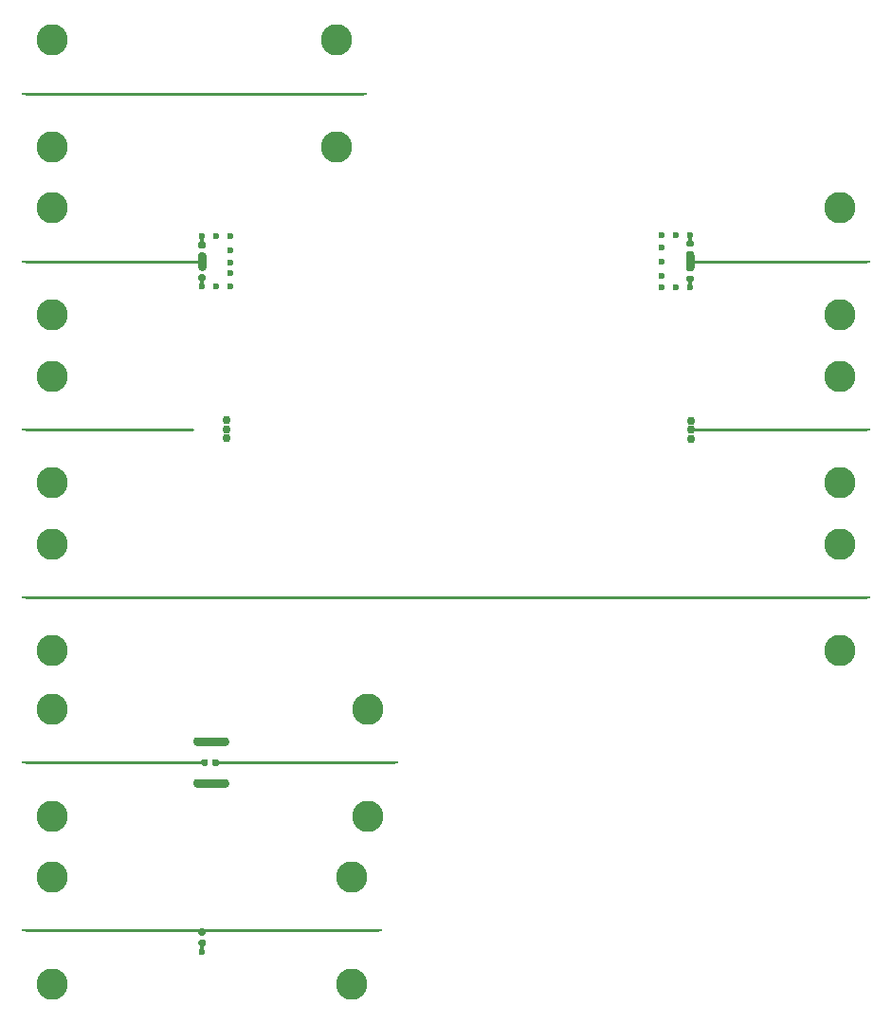
<source format=gtl>
G04 #@! TF.GenerationSoftware,KiCad,Pcbnew,(5.1.7)-1*
G04 #@! TF.CreationDate,2020-12-28T13:52:33+01:00*
G04 #@! TF.ProjectId,6Layers_trl-board,364c6179-6572-4735-9f74-726c2d626f61,0.3*
G04 #@! TF.SameCoordinates,Original*
G04 #@! TF.FileFunction,Copper,L1,Top*
G04 #@! TF.FilePolarity,Positive*
%FSLAX46Y46*%
G04 Gerber Fmt 4.6, Leading zero omitted, Abs format (unit mm)*
G04 Created by KiCad (PCBNEW (5.1.7)-1) date 2020-12-28 13:52:33*
%MOMM*%
%LPD*%
G01*
G04 APERTURE LIST*
G04 #@! TA.AperFunction,ComponentPad*
%ADD10C,2.800000*%
G04 #@! TD*
G04 #@! TA.AperFunction,SMDPad,CuDef*
%ADD11R,0.762000X0.203200*%
G04 #@! TD*
G04 #@! TA.AperFunction,ViaPad*
%ADD12C,0.600000*%
G04 #@! TD*
G04 #@! TA.AperFunction,ViaPad*
%ADD13C,0.762000*%
G04 #@! TD*
G04 #@! TA.AperFunction,Conductor*
%ADD14C,0.216000*%
G04 #@! TD*
G04 #@! TA.AperFunction,Conductor*
%ADD15C,0.340360*%
G04 #@! TD*
G04 #@! TA.AperFunction,Conductor*
%ADD16C,0.723900*%
G04 #@! TD*
G04 #@! TA.AperFunction,Conductor*
%ADD17C,0.215900*%
G04 #@! TD*
G04 APERTURE END LIST*
G04 #@! TA.AperFunction,SMDPad,CuDef*
G36*
G01*
X162860000Y-74080000D02*
X163200000Y-74080000D01*
G75*
G02*
X163350000Y-74230000I0J-150000D01*
G01*
X163350000Y-74530000D01*
G75*
G02*
X163200000Y-74680000I-150000J0D01*
G01*
X162860000Y-74680000D01*
G75*
G02*
X162710000Y-74530000I0J150000D01*
G01*
X162710000Y-74230000D01*
G75*
G02*
X162860000Y-74080000I150000J0D01*
G01*
G37*
G04 #@! TD.AperFunction*
G04 #@! TA.AperFunction,SMDPad,CuDef*
G36*
G01*
X162860000Y-73120000D02*
X163200000Y-73120000D01*
G75*
G02*
X163350000Y-73270000I0J-150000D01*
G01*
X163350000Y-73570000D01*
G75*
G02*
X163200000Y-73720000I-150000J0D01*
G01*
X162860000Y-73720000D01*
G75*
G02*
X162710000Y-73570000I0J150000D01*
G01*
X162710000Y-73270000D01*
G75*
G02*
X162860000Y-73120000I150000J0D01*
G01*
G37*
G04 #@! TD.AperFunction*
G04 #@! TA.AperFunction,SMDPad,CuDef*
G36*
G01*
X163200000Y-71520000D02*
X162860000Y-71520000D01*
G75*
G02*
X162710000Y-71370000I0J150000D01*
G01*
X162710000Y-71070000D01*
G75*
G02*
X162860000Y-70920000I150000J0D01*
G01*
X163200000Y-70920000D01*
G75*
G02*
X163350000Y-71070000I0J-150000D01*
G01*
X163350000Y-71370000D01*
G75*
G02*
X163200000Y-71520000I-150000J0D01*
G01*
G37*
G04 #@! TD.AperFunction*
G04 #@! TA.AperFunction,SMDPad,CuDef*
G36*
G01*
X163200000Y-72480000D02*
X162860000Y-72480000D01*
G75*
G02*
X162710000Y-72330000I0J150000D01*
G01*
X162710000Y-72030000D01*
G75*
G02*
X162860000Y-71880000I150000J0D01*
G01*
X163200000Y-71880000D01*
G75*
G02*
X163350000Y-72030000I0J-150000D01*
G01*
X163350000Y-72330000D01*
G75*
G02*
X163200000Y-72480000I-150000J0D01*
G01*
G37*
G04 #@! TD.AperFunction*
G04 #@! TA.AperFunction,SMDPad,CuDef*
G36*
G01*
X119280000Y-73980000D02*
X119620000Y-73980000D01*
G75*
G02*
X119770000Y-74130000I0J-150000D01*
G01*
X119770000Y-74430000D01*
G75*
G02*
X119620000Y-74580000I-150000J0D01*
G01*
X119280000Y-74580000D01*
G75*
G02*
X119130000Y-74430000I0J150000D01*
G01*
X119130000Y-74130000D01*
G75*
G02*
X119280000Y-73980000I150000J0D01*
G01*
G37*
G04 #@! TD.AperFunction*
G04 #@! TA.AperFunction,SMDPad,CuDef*
G36*
G01*
X119280000Y-73020000D02*
X119620000Y-73020000D01*
G75*
G02*
X119770000Y-73170000I0J-150000D01*
G01*
X119770000Y-73470000D01*
G75*
G02*
X119620000Y-73620000I-150000J0D01*
G01*
X119280000Y-73620000D01*
G75*
G02*
X119130000Y-73470000I0J150000D01*
G01*
X119130000Y-73170000D01*
G75*
G02*
X119280000Y-73020000I150000J0D01*
G01*
G37*
G04 #@! TD.AperFunction*
G04 #@! TA.AperFunction,SMDPad,CuDef*
G36*
G01*
X119600000Y-71670000D02*
X119260000Y-71670000D01*
G75*
G02*
X119110000Y-71520000I0J150000D01*
G01*
X119110000Y-71220000D01*
G75*
G02*
X119260000Y-71070000I150000J0D01*
G01*
X119600000Y-71070000D01*
G75*
G02*
X119750000Y-71220000I0J-150000D01*
G01*
X119750000Y-71520000D01*
G75*
G02*
X119600000Y-71670000I-150000J0D01*
G01*
G37*
G04 #@! TD.AperFunction*
G04 #@! TA.AperFunction,SMDPad,CuDef*
G36*
G01*
X119600000Y-72630000D02*
X119260000Y-72630000D01*
G75*
G02*
X119110000Y-72480000I0J150000D01*
G01*
X119110000Y-72180000D01*
G75*
G02*
X119260000Y-72030000I150000J0D01*
G01*
X119600000Y-72030000D01*
G75*
G02*
X119750000Y-72180000I0J-150000D01*
G01*
X119750000Y-72480000D01*
G75*
G02*
X119600000Y-72630000I-150000J0D01*
G01*
G37*
G04 #@! TD.AperFunction*
G04 #@! TA.AperFunction,SMDPad,CuDef*
G36*
G01*
X119620000Y-133010000D02*
X119280000Y-133010000D01*
G75*
G02*
X119130000Y-132860000I0J150000D01*
G01*
X119130000Y-132560000D01*
G75*
G02*
X119280000Y-132410000I150000J0D01*
G01*
X119620000Y-132410000D01*
G75*
G02*
X119770000Y-132560000I0J-150000D01*
G01*
X119770000Y-132860000D01*
G75*
G02*
X119620000Y-133010000I-150000J0D01*
G01*
G37*
G04 #@! TD.AperFunction*
G04 #@! TA.AperFunction,SMDPad,CuDef*
G36*
G01*
X119620000Y-133970000D02*
X119280000Y-133970000D01*
G75*
G02*
X119130000Y-133820000I0J150000D01*
G01*
X119130000Y-133520000D01*
G75*
G02*
X119280000Y-133370000I150000J0D01*
G01*
X119620000Y-133370000D01*
G75*
G02*
X119770000Y-133520000I0J-150000D01*
G01*
X119770000Y-133820000D01*
G75*
G02*
X119620000Y-133970000I-150000J0D01*
G01*
G37*
G04 #@! TD.AperFunction*
G04 #@! TA.AperFunction,SMDPad,CuDef*
G36*
G01*
X119975000Y-117410000D02*
X119975000Y-117750000D01*
G75*
G02*
X119825000Y-117900000I-150000J0D01*
G01*
X119525000Y-117900000D01*
G75*
G02*
X119375000Y-117750000I0J150000D01*
G01*
X119375000Y-117410000D01*
G75*
G02*
X119525000Y-117260000I150000J0D01*
G01*
X119825000Y-117260000D01*
G75*
G02*
X119975000Y-117410000I0J-150000D01*
G01*
G37*
G04 #@! TD.AperFunction*
G04 #@! TA.AperFunction,SMDPad,CuDef*
G36*
G01*
X120935000Y-117410000D02*
X120935000Y-117750000D01*
G75*
G02*
X120785000Y-117900000I-150000J0D01*
G01*
X120485000Y-117900000D01*
G75*
G02*
X120335000Y-117750000I0J150000D01*
G01*
X120335000Y-117410000D01*
G75*
G02*
X120485000Y-117260000I150000J0D01*
G01*
X120785000Y-117260000D01*
G75*
G02*
X120935000Y-117410000I0J-150000D01*
G01*
G37*
G04 #@! TD.AperFunction*
D10*
X132840000Y-137345000D03*
X132840000Y-127815000D03*
D11*
X135185500Y-132580000D03*
D10*
X106020000Y-127815000D03*
X106020000Y-137345000D03*
D11*
X103674500Y-132580000D03*
D10*
X134270000Y-122345000D03*
X134270000Y-112815000D03*
D11*
X136615500Y-117580000D03*
D10*
X106020000Y-112815000D03*
X106020000Y-122345000D03*
D11*
X103674500Y-117580000D03*
D10*
X176440000Y-107595000D03*
X176440000Y-98065000D03*
D11*
X178785500Y-102830000D03*
D10*
X106020000Y-98065000D03*
X106020000Y-107595000D03*
D11*
X103674500Y-102830000D03*
D10*
X176440000Y-92595000D03*
X176440000Y-83065000D03*
D11*
X178785500Y-87830000D03*
D10*
X106020000Y-83065000D03*
X106020000Y-92595000D03*
D11*
X103674500Y-87830000D03*
D10*
X176440000Y-77595000D03*
X176440000Y-68065000D03*
D11*
X178785500Y-72830000D03*
D10*
X106020000Y-68065000D03*
X106020000Y-77595000D03*
D11*
X103674500Y-72830000D03*
D10*
X131440000Y-62595000D03*
X131440000Y-53065000D03*
D11*
X133785500Y-57830000D03*
D10*
X106020000Y-53065000D03*
X106020000Y-62595000D03*
D11*
X103674500Y-57830000D03*
D12*
X119430000Y-70590000D03*
X120680000Y-70590000D03*
X121970000Y-70590000D03*
X121980000Y-72900000D03*
X121970000Y-71820000D03*
X163030000Y-70490000D03*
X161780000Y-70490000D03*
X161780000Y-75100000D03*
X160530000Y-75100000D03*
X163030000Y-75100000D03*
D13*
X121500000Y-119400000D03*
D12*
X119450000Y-134480000D03*
X121980000Y-75050000D03*
X120700000Y-75060000D03*
X119450000Y-75060000D03*
D13*
X121660000Y-88620000D03*
X121660000Y-87800000D03*
X121660000Y-86997200D03*
X163090000Y-87840000D03*
D12*
X160530000Y-74090000D03*
X160530000Y-72840000D03*
X160530000Y-71590000D03*
X160530000Y-70490000D03*
X121980000Y-73890000D03*
D13*
X119000000Y-115700000D03*
X121500000Y-115700000D03*
X163080000Y-87050000D03*
X163080000Y-88670000D03*
X120200000Y-115700000D03*
X120200000Y-119400000D03*
X119000000Y-119400000D03*
D14*
X103660000Y-87830000D02*
X118600000Y-87830000D01*
X120800000Y-117580000D02*
X136630000Y-117580000D01*
X103660000Y-117580000D02*
X119600000Y-117580000D01*
X178785500Y-87830000D02*
X163480000Y-87830000D01*
D15*
X163030000Y-70490000D02*
X163030000Y-71170000D01*
X163030000Y-71170000D02*
X163000000Y-71200000D01*
X163030000Y-74380000D02*
X163030000Y-75100000D01*
X119430000Y-70590000D02*
X119430000Y-71370000D01*
X119430000Y-71370000D02*
X119400000Y-71400000D01*
X119450000Y-75060000D02*
X119450000Y-74350000D01*
X119450000Y-74350000D02*
X119400000Y-74300000D01*
X119450000Y-134480000D02*
X119450000Y-133670000D01*
D16*
X119000000Y-115700000D02*
X120210000Y-115700000D01*
X119000000Y-119400000D02*
X120230000Y-119400000D01*
X120210000Y-115700000D02*
X121500000Y-115700000D01*
X120230000Y-119400000D02*
X121500000Y-119400000D01*
D14*
X103660000Y-132580000D02*
X135210000Y-132580000D01*
X103660000Y-57830000D02*
X133800000Y-57830000D01*
D17*
X118730000Y-72830000D02*
X119370000Y-72830000D01*
D14*
X103660000Y-72830000D02*
X118730000Y-72830000D01*
D16*
X119430000Y-72330000D02*
X119430000Y-73290000D01*
X163030000Y-72350000D02*
X163030000Y-73310000D01*
D14*
X178800000Y-72830000D02*
X163030000Y-72830000D01*
X103660000Y-102830000D02*
X178800000Y-102830000D01*
M02*

</source>
